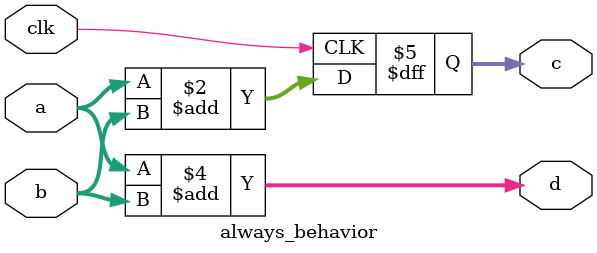
<source format=v>
module always_behavior(
    input clk,

    input [7:0]a,
    input [7:0]b,

    output reg[7:0]c,
    output reg[7:0]d
);
    always@(posedge clk)begin
        c <= a + b;
    end
    always @(a or b) begin
        d = a + b;
    end
    endmodule
</source>
